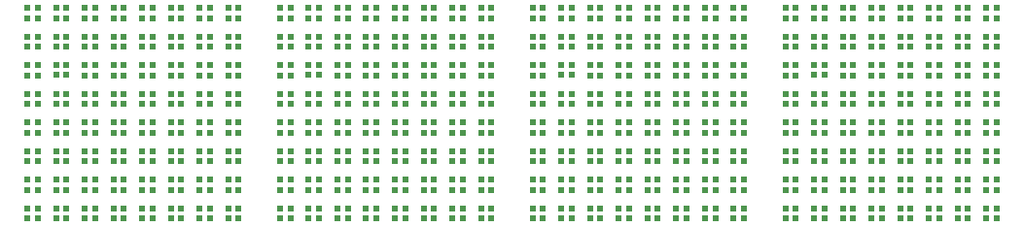
<source format=gtp>
G04 #@! TF.GenerationSoftware,KiCad,Pcbnew,(6.0.5)*
G04 #@! TF.CreationDate,2022-06-20T16:53:07+02:00*
G04 #@! TF.ProjectId,MicroMatrix_Panel,4d696372-6f4d-4617-9472-69785f50616e,1.2*
G04 #@! TF.SameCoordinates,Original*
G04 #@! TF.FileFunction,Paste,Top*
G04 #@! TF.FilePolarity,Positive*
%FSLAX46Y46*%
G04 Gerber Fmt 4.6, Leading zero omitted, Abs format (unit mm)*
G04 Created by KiCad (PCBNEW (6.0.5)) date 2022-06-20 16:53:07*
%MOMM*%
%LPD*%
G01*
G04 APERTURE LIST*
%ADD10R,0.500000X0.500000*%
G04 APERTURE END LIST*
D10*
G04 #@! TO.C,D45*
X45550000Y-36950000D03*
X46450000Y-36950000D03*
X46450000Y-36050000D03*
X45550000Y-36050000D03*
G04 #@! TD*
G04 #@! TO.C,D15*
X62550000Y-26950000D03*
X63450000Y-26950000D03*
X63450000Y-26050000D03*
X62550000Y-26050000D03*
G04 #@! TD*
G04 #@! TO.C,D30*
X87050000Y-31950000D03*
X87950000Y-31950000D03*
X87950000Y-31050000D03*
X87050000Y-31050000D03*
G04 #@! TD*
G04 #@! TO.C,D41*
X77550000Y-36950000D03*
X78450000Y-36950000D03*
X78450000Y-36050000D03*
X77550000Y-36050000D03*
G04 #@! TD*
G04 #@! TO.C,D26*
X97050000Y-31950000D03*
X97950000Y-31950000D03*
X97950000Y-31050000D03*
X97050000Y-31050000D03*
G04 #@! TD*
G04 #@! TO.C,D55*
X53950000Y-39450000D03*
X53950000Y-38550000D03*
X53050000Y-38550000D03*
X53050000Y-39450000D03*
G04 #@! TD*
G04 #@! TO.C,D32*
X60050000Y-31950000D03*
X60950000Y-31950000D03*
X60950000Y-31050000D03*
X60050000Y-31050000D03*
G04 #@! TD*
G04 #@! TO.C,D27*
X28550000Y-31950000D03*
X29450000Y-31950000D03*
X29450000Y-31050000D03*
X28550000Y-31050000D03*
G04 #@! TD*
G04 #@! TO.C,D23*
X31950000Y-29450000D03*
X31950000Y-28550000D03*
X31050000Y-28550000D03*
X31050000Y-29450000D03*
G04 #@! TD*
G04 #@! TO.C,D21*
X70950000Y-29450000D03*
X70950000Y-28550000D03*
X70050000Y-28550000D03*
X70050000Y-29450000D03*
G04 #@! TD*
G04 #@! TO.C,D13*
X45550000Y-26950000D03*
X46450000Y-26950000D03*
X46450000Y-26050000D03*
X45550000Y-26050000D03*
G04 #@! TD*
G04 #@! TO.C,D1*
X60950000Y-24450000D03*
X60950000Y-23550000D03*
X60050000Y-23550000D03*
X60050000Y-24450000D03*
G04 #@! TD*
G04 #@! TO.C,D54*
X73450000Y-39450000D03*
X73450000Y-38550000D03*
X72550000Y-38550000D03*
X72550000Y-39450000D03*
G04 #@! TD*
G04 #@! TO.C,D14*
X87050000Y-26950000D03*
X87950000Y-26950000D03*
X87950000Y-26050000D03*
X87050000Y-26050000D03*
G04 #@! TD*
G04 #@! TO.C,D11*
X28550000Y-26950000D03*
X29450000Y-26950000D03*
X29450000Y-26050000D03*
X28550000Y-26050000D03*
G04 #@! TD*
G04 #@! TO.C,D60*
X92050000Y-41950000D03*
X92950000Y-41950000D03*
X92950000Y-41050000D03*
X92050000Y-41050000D03*
G04 #@! TD*
G04 #@! TO.C,D16*
X60050000Y-26950000D03*
X60950000Y-26950000D03*
X60950000Y-26050000D03*
X60050000Y-26050000D03*
G04 #@! TD*
G04 #@! TO.C,D54*
X95450000Y-39450000D03*
X95450000Y-38550000D03*
X94550000Y-38550000D03*
X94550000Y-39450000D03*
G04 #@! TD*
G04 #@! TO.C,D40*
X78450000Y-34450000D03*
X78450000Y-33550000D03*
X77550000Y-33550000D03*
X77550000Y-34450000D03*
G04 #@! TD*
G04 #@! TO.C,D54*
X51450000Y-39450000D03*
X51450000Y-38550000D03*
X50550000Y-38550000D03*
X50550000Y-39450000D03*
G04 #@! TD*
G04 #@! TO.C,D39*
X75950000Y-34450000D03*
X75950000Y-33550000D03*
X75050000Y-33550000D03*
X75050000Y-34450000D03*
G04 #@! TD*
G04 #@! TO.C,D49*
X38950000Y-39450000D03*
X38950000Y-38550000D03*
X38050000Y-38550000D03*
X38050000Y-39450000D03*
G04 #@! TD*
G04 #@! TO.C,D42*
X75050000Y-36950000D03*
X75950000Y-36950000D03*
X75950000Y-36050000D03*
X75050000Y-36050000D03*
G04 #@! TD*
G04 #@! TO.C,D15*
X18550000Y-26950000D03*
X19450000Y-26950000D03*
X19450000Y-26050000D03*
X18550000Y-26050000D03*
G04 #@! TD*
G04 #@! TO.C,D23*
X53950000Y-29450000D03*
X53950000Y-28550000D03*
X53050000Y-28550000D03*
X53050000Y-29450000D03*
G04 #@! TD*
G04 #@! TO.C,D63*
X40550000Y-41950000D03*
X41450000Y-41950000D03*
X41450000Y-41050000D03*
X40550000Y-41050000D03*
G04 #@! TD*
G04 #@! TO.C,D33*
X38950000Y-34450000D03*
X38950000Y-33550000D03*
X38050000Y-33550000D03*
X38050000Y-34450000D03*
G04 #@! TD*
G04 #@! TO.C,D32*
X38050000Y-31950000D03*
X38950000Y-31950000D03*
X38950000Y-31050000D03*
X38050000Y-31050000D03*
G04 #@! TD*
G04 #@! TO.C,D19*
X87950000Y-29450000D03*
X87950000Y-28550000D03*
X87050000Y-28550000D03*
X87050000Y-29450000D03*
G04 #@! TD*
G04 #@! TO.C,D60*
X70050000Y-41950000D03*
X70950000Y-41950000D03*
X70950000Y-41050000D03*
X70050000Y-41050000D03*
G04 #@! TD*
G04 #@! TO.C,D36*
X68450000Y-34450000D03*
X68450000Y-33550000D03*
X67550000Y-33550000D03*
X67550000Y-34450000D03*
G04 #@! TD*
G04 #@! TO.C,D64*
X16050000Y-41950000D03*
X16950000Y-41950000D03*
X16950000Y-41050000D03*
X16050000Y-41050000D03*
G04 #@! TD*
G04 #@! TO.C,D50*
X63450000Y-39450000D03*
X63450000Y-38550000D03*
X62550000Y-38550000D03*
X62550000Y-39450000D03*
G04 #@! TD*
G04 #@! TO.C,D18*
X41450000Y-29400000D03*
X41450000Y-28500000D03*
X40550000Y-28500000D03*
X40550000Y-29400000D03*
G04 #@! TD*
G04 #@! TO.C,D12*
X70050000Y-26950000D03*
X70950000Y-26950000D03*
X70950000Y-26050000D03*
X70050000Y-26050000D03*
G04 #@! TD*
G04 #@! TO.C,D38*
X73450000Y-34450000D03*
X73450000Y-33550000D03*
X72550000Y-33550000D03*
X72550000Y-34450000D03*
G04 #@! TD*
G04 #@! TO.C,D3*
X87950000Y-24450000D03*
X87950000Y-23550000D03*
X87050000Y-23550000D03*
X87050000Y-24450000D03*
G04 #@! TD*
G04 #@! TO.C,D24*
X34450000Y-29450000D03*
X34450000Y-28550000D03*
X33550000Y-28550000D03*
X33550000Y-29450000D03*
G04 #@! TD*
G04 #@! TO.C,D28*
X92050000Y-31950000D03*
X92950000Y-31950000D03*
X92950000Y-31050000D03*
X92050000Y-31050000D03*
G04 #@! TD*
G04 #@! TO.C,D15*
X84550000Y-26950000D03*
X85450000Y-26950000D03*
X85450000Y-26050000D03*
X84550000Y-26050000D03*
G04 #@! TD*
G04 #@! TO.C,D16*
X82050000Y-26950000D03*
X82950000Y-26950000D03*
X82950000Y-26050000D03*
X82050000Y-26050000D03*
G04 #@! TD*
G04 #@! TO.C,D51*
X21950000Y-39450000D03*
X21950000Y-38550000D03*
X21050000Y-38550000D03*
X21050000Y-39450000D03*
G04 #@! TD*
G04 #@! TO.C,D62*
X43050000Y-41950000D03*
X43950000Y-41950000D03*
X43950000Y-41050000D03*
X43050000Y-41050000D03*
G04 #@! TD*
G04 #@! TO.C,D48*
X16050000Y-36950000D03*
X16950000Y-36950000D03*
X16950000Y-36050000D03*
X16050000Y-36050000D03*
G04 #@! TD*
G04 #@! TO.C,D1*
X16950000Y-24450000D03*
X16950000Y-23550000D03*
X16050000Y-23550000D03*
X16050000Y-24450000D03*
G04 #@! TD*
G04 #@! TO.C,D22*
X95450000Y-29450000D03*
X95450000Y-28550000D03*
X94550000Y-28550000D03*
X94550000Y-29450000D03*
G04 #@! TD*
G04 #@! TO.C,D41*
X99550000Y-36950000D03*
X100450000Y-36950000D03*
X100450000Y-36050000D03*
X99550000Y-36050000D03*
G04 #@! TD*
G04 #@! TO.C,D40*
X34450000Y-34450000D03*
X34450000Y-33550000D03*
X33550000Y-33550000D03*
X33550000Y-34450000D03*
G04 #@! TD*
G04 #@! TO.C,D30*
X65050000Y-31950000D03*
X65950000Y-31950000D03*
X65950000Y-31050000D03*
X65050000Y-31050000D03*
G04 #@! TD*
G04 #@! TO.C,D21*
X48950000Y-29450000D03*
X48950000Y-28550000D03*
X48050000Y-28550000D03*
X48050000Y-29450000D03*
G04 #@! TD*
G04 #@! TO.C,D44*
X26050000Y-36950000D03*
X26950000Y-36950000D03*
X26950000Y-36050000D03*
X26050000Y-36050000D03*
G04 #@! TD*
G04 #@! TO.C,D43*
X72550000Y-36950000D03*
X73450000Y-36950000D03*
X73450000Y-36050000D03*
X72550000Y-36050000D03*
G04 #@! TD*
G04 #@! TO.C,D53*
X48950000Y-39450000D03*
X48950000Y-38550000D03*
X48050000Y-38550000D03*
X48050000Y-39450000D03*
G04 #@! TD*
G04 #@! TO.C,D19*
X43950000Y-29450000D03*
X43950000Y-28550000D03*
X43050000Y-28550000D03*
X43050000Y-29450000D03*
G04 #@! TD*
G04 #@! TO.C,D64*
X60050000Y-41950000D03*
X60950000Y-41950000D03*
X60950000Y-41050000D03*
X60050000Y-41050000D03*
G04 #@! TD*
G04 #@! TO.C,D61*
X45550000Y-41950000D03*
X46450000Y-41950000D03*
X46450000Y-41050000D03*
X45550000Y-41050000D03*
G04 #@! TD*
G04 #@! TO.C,D4*
X68450000Y-24450000D03*
X68450000Y-23550000D03*
X67550000Y-23550000D03*
X67550000Y-24450000D03*
G04 #@! TD*
G04 #@! TO.C,D50*
X19450000Y-39450000D03*
X19450000Y-38550000D03*
X18550000Y-38550000D03*
X18550000Y-39450000D03*
G04 #@! TD*
G04 #@! TO.C,D1*
X82950000Y-24450000D03*
X82950000Y-23550000D03*
X82050000Y-23550000D03*
X82050000Y-24450000D03*
G04 #@! TD*
G04 #@! TO.C,D12*
X92050000Y-26950000D03*
X92950000Y-26950000D03*
X92950000Y-26050000D03*
X92050000Y-26050000D03*
G04 #@! TD*
G04 #@! TO.C,D30*
X21050000Y-31950000D03*
X21950000Y-31950000D03*
X21950000Y-31050000D03*
X21050000Y-31050000D03*
G04 #@! TD*
G04 #@! TO.C,D33*
X82950000Y-34450000D03*
X82950000Y-33550000D03*
X82050000Y-33550000D03*
X82050000Y-34450000D03*
G04 #@! TD*
G04 #@! TO.C,D13*
X23550000Y-26950000D03*
X24450000Y-26950000D03*
X24450000Y-26050000D03*
X23550000Y-26050000D03*
G04 #@! TD*
G04 #@! TO.C,D42*
X97050000Y-36950000D03*
X97950000Y-36950000D03*
X97950000Y-36050000D03*
X97050000Y-36050000D03*
G04 #@! TD*
G04 #@! TO.C,D42*
X31050000Y-36950000D03*
X31950000Y-36950000D03*
X31950000Y-36050000D03*
X31050000Y-36050000D03*
G04 #@! TD*
G04 #@! TO.C,D44*
X92050000Y-36950000D03*
X92950000Y-36950000D03*
X92950000Y-36050000D03*
X92050000Y-36050000D03*
G04 #@! TD*
G04 #@! TO.C,D29*
X45550000Y-31950000D03*
X46450000Y-31950000D03*
X46450000Y-31050000D03*
X45550000Y-31050000D03*
G04 #@! TD*
G04 #@! TO.C,D57*
X33550000Y-41950000D03*
X34450000Y-41950000D03*
X34450000Y-41050000D03*
X33550000Y-41050000D03*
G04 #@! TD*
G04 #@! TO.C,D60*
X48050000Y-41950000D03*
X48950000Y-41950000D03*
X48950000Y-41050000D03*
X48050000Y-41050000D03*
G04 #@! TD*
G04 #@! TO.C,D49*
X16950000Y-39450000D03*
X16950000Y-38550000D03*
X16050000Y-38550000D03*
X16050000Y-39450000D03*
G04 #@! TD*
G04 #@! TO.C,D25*
X55550000Y-31950000D03*
X56450000Y-31950000D03*
X56450000Y-31050000D03*
X55550000Y-31050000D03*
G04 #@! TD*
G04 #@! TO.C,D57*
X77550000Y-41950000D03*
X78450000Y-41950000D03*
X78450000Y-41050000D03*
X77550000Y-41050000D03*
G04 #@! TD*
G04 #@! TO.C,D31*
X62550000Y-31950000D03*
X63450000Y-31950000D03*
X63450000Y-31050000D03*
X62550000Y-31050000D03*
G04 #@! TD*
G04 #@! TO.C,D53*
X70950000Y-39450000D03*
X70950000Y-38550000D03*
X70050000Y-38550000D03*
X70050000Y-39450000D03*
G04 #@! TD*
G04 #@! TO.C,D49*
X82950000Y-39450000D03*
X82950000Y-38550000D03*
X82050000Y-38550000D03*
X82050000Y-39450000D03*
G04 #@! TD*
G04 #@! TO.C,D8*
X34450000Y-24450000D03*
X34450000Y-23550000D03*
X33550000Y-23550000D03*
X33550000Y-24450000D03*
G04 #@! TD*
G04 #@! TO.C,D59*
X50550000Y-41950000D03*
X51450000Y-41950000D03*
X51450000Y-41050000D03*
X50550000Y-41050000D03*
G04 #@! TD*
G04 #@! TO.C,D49*
X60950000Y-39450000D03*
X60950000Y-38550000D03*
X60050000Y-38550000D03*
X60050000Y-39450000D03*
G04 #@! TD*
G04 #@! TO.C,D6*
X95450000Y-24450000D03*
X95450000Y-23550000D03*
X94550000Y-23550000D03*
X94550000Y-24450000D03*
G04 #@! TD*
G04 #@! TO.C,D9*
X33550000Y-26950000D03*
X34450000Y-26950000D03*
X34450000Y-26050000D03*
X33550000Y-26050000D03*
G04 #@! TD*
G04 #@! TO.C,D18*
X63450000Y-29400000D03*
X63450000Y-28500000D03*
X62550000Y-28500000D03*
X62550000Y-29400000D03*
G04 #@! TD*
G04 #@! TO.C,D24*
X56450000Y-29450000D03*
X56450000Y-28550000D03*
X55550000Y-28550000D03*
X55550000Y-29450000D03*
G04 #@! TD*
G04 #@! TO.C,D22*
X29450000Y-29450000D03*
X29450000Y-28550000D03*
X28550000Y-28550000D03*
X28550000Y-29450000D03*
G04 #@! TD*
G04 #@! TO.C,D4*
X90450000Y-24450000D03*
X90450000Y-23550000D03*
X89550000Y-23550000D03*
X89550000Y-24450000D03*
G04 #@! TD*
G04 #@! TO.C,D3*
X43950000Y-24450000D03*
X43950000Y-23550000D03*
X43050000Y-23550000D03*
X43050000Y-24450000D03*
G04 #@! TD*
G04 #@! TO.C,D9*
X99550000Y-26950000D03*
X100450000Y-26950000D03*
X100450000Y-26050000D03*
X99550000Y-26050000D03*
G04 #@! TD*
G04 #@! TO.C,D27*
X72550000Y-31950000D03*
X73450000Y-31950000D03*
X73450000Y-31050000D03*
X72550000Y-31050000D03*
G04 #@! TD*
G04 #@! TO.C,D57*
X99550000Y-41950000D03*
X100450000Y-41950000D03*
X100450000Y-41050000D03*
X99550000Y-41050000D03*
G04 #@! TD*
G04 #@! TO.C,D31*
X84550000Y-31950000D03*
X85450000Y-31950000D03*
X85450000Y-31050000D03*
X84550000Y-31050000D03*
G04 #@! TD*
G04 #@! TO.C,D17*
X60950000Y-29450000D03*
X60950000Y-28550000D03*
X60050000Y-28550000D03*
X60050000Y-29450000D03*
G04 #@! TD*
G04 #@! TO.C,D25*
X77550000Y-31950000D03*
X78450000Y-31950000D03*
X78450000Y-31050000D03*
X77550000Y-31050000D03*
G04 #@! TD*
G04 #@! TO.C,D39*
X31950000Y-34450000D03*
X31950000Y-33550000D03*
X31050000Y-33550000D03*
X31050000Y-34450000D03*
G04 #@! TD*
G04 #@! TO.C,D52*
X24450000Y-39450000D03*
X24450000Y-38550000D03*
X23550000Y-38550000D03*
X23550000Y-39450000D03*
G04 #@! TD*
G04 #@! TO.C,D38*
X95450000Y-34450000D03*
X95450000Y-33550000D03*
X94550000Y-33550000D03*
X94550000Y-34450000D03*
G04 #@! TD*
G04 #@! TO.C,D27*
X50550000Y-31950000D03*
X51450000Y-31950000D03*
X51450000Y-31050000D03*
X50550000Y-31050000D03*
G04 #@! TD*
G04 #@! TO.C,D20*
X24450000Y-29450000D03*
X24450000Y-28550000D03*
X23550000Y-28550000D03*
X23550000Y-29450000D03*
G04 #@! TD*
G04 #@! TO.C,D33*
X16950000Y-34450000D03*
X16950000Y-33550000D03*
X16050000Y-33550000D03*
X16050000Y-34450000D03*
G04 #@! TD*
G04 #@! TO.C,D8*
X100450000Y-24450000D03*
X100450000Y-23550000D03*
X99550000Y-23550000D03*
X99550000Y-24450000D03*
G04 #@! TD*
G04 #@! TO.C,D56*
X34450000Y-39450000D03*
X34450000Y-38550000D03*
X33550000Y-38550000D03*
X33550000Y-39450000D03*
G04 #@! TD*
G04 #@! TO.C,D34*
X85450000Y-34450000D03*
X85450000Y-33550000D03*
X84550000Y-33550000D03*
X84550000Y-34450000D03*
G04 #@! TD*
G04 #@! TO.C,D41*
X55550000Y-36950000D03*
X56450000Y-36950000D03*
X56450000Y-36050000D03*
X55550000Y-36050000D03*
G04 #@! TD*
G04 #@! TO.C,D48*
X38050000Y-36950000D03*
X38950000Y-36950000D03*
X38950000Y-36050000D03*
X38050000Y-36050000D03*
G04 #@! TD*
G04 #@! TO.C,D19*
X65950000Y-29450000D03*
X65950000Y-28550000D03*
X65050000Y-28550000D03*
X65050000Y-29450000D03*
G04 #@! TD*
G04 #@! TO.C,D11*
X72550000Y-26950000D03*
X73450000Y-26950000D03*
X73450000Y-26050000D03*
X72550000Y-26050000D03*
G04 #@! TD*
G04 #@! TO.C,D61*
X23550000Y-41950000D03*
X24450000Y-41950000D03*
X24450000Y-41050000D03*
X23550000Y-41050000D03*
G04 #@! TD*
G04 #@! TO.C,D20*
X46450000Y-29450000D03*
X46450000Y-28550000D03*
X45550000Y-28550000D03*
X45550000Y-29450000D03*
G04 #@! TD*
G04 #@! TO.C,D2*
X63450000Y-24450000D03*
X63450000Y-23550000D03*
X62550000Y-23550000D03*
X62550000Y-24450000D03*
G04 #@! TD*
G04 #@! TO.C,D43*
X28550000Y-36950000D03*
X29450000Y-36950000D03*
X29450000Y-36050000D03*
X28550000Y-36050000D03*
G04 #@! TD*
G04 #@! TO.C,D61*
X67550000Y-41950000D03*
X68450000Y-41950000D03*
X68450000Y-41050000D03*
X67550000Y-41050000D03*
G04 #@! TD*
G04 #@! TO.C,D62*
X65050000Y-41950000D03*
X65950000Y-41950000D03*
X65950000Y-41050000D03*
X65050000Y-41050000D03*
G04 #@! TD*
G04 #@! TO.C,D34*
X19450000Y-34450000D03*
X19450000Y-33550000D03*
X18550000Y-33550000D03*
X18550000Y-34450000D03*
G04 #@! TD*
G04 #@! TO.C,D29*
X89550000Y-31950000D03*
X90450000Y-31950000D03*
X90450000Y-31050000D03*
X89550000Y-31050000D03*
G04 #@! TD*
G04 #@! TO.C,D52*
X46450000Y-39450000D03*
X46450000Y-38550000D03*
X45550000Y-38550000D03*
X45550000Y-39450000D03*
G04 #@! TD*
G04 #@! TO.C,D6*
X51450000Y-24450000D03*
X51450000Y-23550000D03*
X50550000Y-23550000D03*
X50550000Y-24450000D03*
G04 #@! TD*
G04 #@! TO.C,D33*
X60950000Y-34450000D03*
X60950000Y-33550000D03*
X60050000Y-33550000D03*
X60050000Y-34450000D03*
G04 #@! TD*
G04 #@! TO.C,D28*
X70050000Y-31950000D03*
X70950000Y-31950000D03*
X70950000Y-31050000D03*
X70050000Y-31050000D03*
G04 #@! TD*
G04 #@! TO.C,D61*
X89550000Y-41950000D03*
X90450000Y-41950000D03*
X90450000Y-41050000D03*
X89550000Y-41050000D03*
G04 #@! TD*
G04 #@! TO.C,D16*
X38050000Y-26950000D03*
X38950000Y-26950000D03*
X38950000Y-26050000D03*
X38050000Y-26050000D03*
G04 #@! TD*
G04 #@! TO.C,D13*
X67550000Y-26950000D03*
X68450000Y-26950000D03*
X68450000Y-26050000D03*
X67550000Y-26050000D03*
G04 #@! TD*
G04 #@! TO.C,D12*
X48050000Y-26950000D03*
X48950000Y-26950000D03*
X48950000Y-26050000D03*
X48050000Y-26050000D03*
G04 #@! TD*
G04 #@! TO.C,D26*
X75050000Y-31950000D03*
X75950000Y-31950000D03*
X75950000Y-31050000D03*
X75050000Y-31050000D03*
G04 #@! TD*
G04 #@! TO.C,D5*
X70950000Y-24450000D03*
X70950000Y-23550000D03*
X70050000Y-23550000D03*
X70050000Y-24450000D03*
G04 #@! TD*
G04 #@! TO.C,D10*
X53050000Y-26950000D03*
X53950000Y-26950000D03*
X53950000Y-26050000D03*
X53050000Y-26050000D03*
G04 #@! TD*
G04 #@! TO.C,D53*
X26950000Y-39450000D03*
X26950000Y-38550000D03*
X26050000Y-38550000D03*
X26050000Y-39450000D03*
G04 #@! TD*
G04 #@! TO.C,D21*
X92950000Y-29450000D03*
X92950000Y-28550000D03*
X92050000Y-28550000D03*
X92050000Y-29450000D03*
G04 #@! TD*
G04 #@! TO.C,D64*
X82050000Y-41950000D03*
X82950000Y-41950000D03*
X82950000Y-41050000D03*
X82050000Y-41050000D03*
G04 #@! TD*
G04 #@! TO.C,D34*
X63450000Y-34450000D03*
X63450000Y-33550000D03*
X62550000Y-33550000D03*
X62550000Y-34450000D03*
G04 #@! TD*
G04 #@! TO.C,D63*
X84550000Y-41950000D03*
X85450000Y-41950000D03*
X85450000Y-41050000D03*
X84550000Y-41050000D03*
G04 #@! TD*
G04 #@! TO.C,D4*
X24450000Y-24450000D03*
X24450000Y-23550000D03*
X23550000Y-23550000D03*
X23550000Y-24450000D03*
G04 #@! TD*
G04 #@! TO.C,D45*
X67550000Y-36950000D03*
X68450000Y-36950000D03*
X68450000Y-36050000D03*
X67550000Y-36050000D03*
G04 #@! TD*
G04 #@! TO.C,D37*
X70950000Y-34450000D03*
X70950000Y-33550000D03*
X70050000Y-33550000D03*
X70050000Y-34450000D03*
G04 #@! TD*
G04 #@! TO.C,D17*
X16950000Y-29450000D03*
X16950000Y-28550000D03*
X16050000Y-28550000D03*
X16050000Y-29450000D03*
G04 #@! TD*
G04 #@! TO.C,D41*
X33550000Y-36950000D03*
X34450000Y-36950000D03*
X34450000Y-36050000D03*
X33550000Y-36050000D03*
G04 #@! TD*
G04 #@! TO.C,D37*
X92950000Y-34450000D03*
X92950000Y-33550000D03*
X92050000Y-33550000D03*
X92050000Y-34450000D03*
G04 #@! TD*
G04 #@! TO.C,D58*
X31050000Y-41950000D03*
X31950000Y-41950000D03*
X31950000Y-41050000D03*
X31050000Y-41050000D03*
G04 #@! TD*
G04 #@! TO.C,D51*
X65950000Y-39450000D03*
X65950000Y-38550000D03*
X65050000Y-38550000D03*
X65050000Y-39450000D03*
G04 #@! TD*
G04 #@! TO.C,D43*
X94550000Y-36950000D03*
X95450000Y-36950000D03*
X95450000Y-36050000D03*
X94550000Y-36050000D03*
G04 #@! TD*
G04 #@! TO.C,D46*
X65050000Y-36950000D03*
X65950000Y-36950000D03*
X65950000Y-36050000D03*
X65050000Y-36050000D03*
G04 #@! TD*
G04 #@! TO.C,D56*
X100450000Y-39450000D03*
X100450000Y-38550000D03*
X99550000Y-38550000D03*
X99550000Y-39450000D03*
G04 #@! TD*
G04 #@! TO.C,D29*
X67550000Y-31950000D03*
X68450000Y-31950000D03*
X68450000Y-31050000D03*
X67550000Y-31050000D03*
G04 #@! TD*
G04 #@! TO.C,D50*
X85450000Y-39450000D03*
X85450000Y-38550000D03*
X84550000Y-38550000D03*
X84550000Y-39450000D03*
G04 #@! TD*
G04 #@! TO.C,D60*
X26050000Y-41950000D03*
X26950000Y-41950000D03*
X26950000Y-41050000D03*
X26050000Y-41050000D03*
G04 #@! TD*
G04 #@! TO.C,D23*
X97950000Y-29450000D03*
X97950000Y-28550000D03*
X97050000Y-28550000D03*
X97050000Y-29450000D03*
G04 #@! TD*
G04 #@! TO.C,D35*
X21950000Y-34450000D03*
X21950000Y-33550000D03*
X21050000Y-33550000D03*
X21050000Y-34450000D03*
G04 #@! TD*
G04 #@! TO.C,D8*
X78450000Y-24450000D03*
X78450000Y-23550000D03*
X77550000Y-23550000D03*
X77550000Y-24450000D03*
G04 #@! TD*
G04 #@! TO.C,D45*
X89550000Y-36950000D03*
X90450000Y-36950000D03*
X90450000Y-36050000D03*
X89550000Y-36050000D03*
G04 #@! TD*
G04 #@! TO.C,D26*
X31050000Y-31950000D03*
X31950000Y-31950000D03*
X31950000Y-31050000D03*
X31050000Y-31050000D03*
G04 #@! TD*
G04 #@! TO.C,D50*
X41450000Y-39450000D03*
X41450000Y-38550000D03*
X40550000Y-38550000D03*
X40550000Y-39450000D03*
G04 #@! TD*
G04 #@! TO.C,D63*
X62550000Y-41950000D03*
X63450000Y-41950000D03*
X63450000Y-41050000D03*
X62550000Y-41050000D03*
G04 #@! TD*
G04 #@! TO.C,D9*
X55550000Y-26950000D03*
X56450000Y-26950000D03*
X56450000Y-26050000D03*
X55550000Y-26050000D03*
G04 #@! TD*
G04 #@! TO.C,D40*
X100450000Y-34450000D03*
X100450000Y-33550000D03*
X99550000Y-33550000D03*
X99550000Y-34450000D03*
G04 #@! TD*
G04 #@! TO.C,D3*
X21950000Y-24450000D03*
X21950000Y-23550000D03*
X21050000Y-23550000D03*
X21050000Y-24450000D03*
G04 #@! TD*
G04 #@! TO.C,D36*
X46450000Y-34450000D03*
X46450000Y-33550000D03*
X45550000Y-33550000D03*
X45550000Y-34450000D03*
G04 #@! TD*
G04 #@! TO.C,D30*
X43050000Y-31950000D03*
X43950000Y-31950000D03*
X43950000Y-31050000D03*
X43050000Y-31050000D03*
G04 #@! TD*
G04 #@! TO.C,D62*
X87050000Y-41950000D03*
X87950000Y-41950000D03*
X87950000Y-41050000D03*
X87050000Y-41050000D03*
G04 #@! TD*
G04 #@! TO.C,D6*
X29450000Y-24450000D03*
X29450000Y-23550000D03*
X28550000Y-23550000D03*
X28550000Y-24450000D03*
G04 #@! TD*
G04 #@! TO.C,D10*
X31050000Y-26950000D03*
X31950000Y-26950000D03*
X31950000Y-26050000D03*
X31050000Y-26050000D03*
G04 #@! TD*
G04 #@! TO.C,D22*
X51450000Y-29450000D03*
X51450000Y-28550000D03*
X50550000Y-28550000D03*
X50550000Y-29450000D03*
G04 #@! TD*
G04 #@! TO.C,D44*
X70050000Y-36950000D03*
X70950000Y-36950000D03*
X70950000Y-36050000D03*
X70050000Y-36050000D03*
G04 #@! TD*
G04 #@! TO.C,D11*
X50550000Y-26950000D03*
X51450000Y-26950000D03*
X51450000Y-26050000D03*
X50550000Y-26050000D03*
G04 #@! TD*
G04 #@! TO.C,D14*
X43050000Y-26950000D03*
X43950000Y-26950000D03*
X43950000Y-26050000D03*
X43050000Y-26050000D03*
G04 #@! TD*
G04 #@! TO.C,D44*
X48050000Y-36950000D03*
X48950000Y-36950000D03*
X48950000Y-36050000D03*
X48050000Y-36050000D03*
G04 #@! TD*
G04 #@! TO.C,D29*
X23550000Y-31950000D03*
X24450000Y-31950000D03*
X24450000Y-31050000D03*
X23550000Y-31050000D03*
G04 #@! TD*
G04 #@! TO.C,D62*
X21050000Y-41950000D03*
X21950000Y-41950000D03*
X21950000Y-41050000D03*
X21050000Y-41050000D03*
G04 #@! TD*
G04 #@! TO.C,D37*
X26950000Y-34450000D03*
X26950000Y-33550000D03*
X26050000Y-33550000D03*
X26050000Y-34450000D03*
G04 #@! TD*
G04 #@! TO.C,D37*
X48950000Y-34450000D03*
X48950000Y-33550000D03*
X48050000Y-33550000D03*
X48050000Y-34450000D03*
G04 #@! TD*
G04 #@! TO.C,D36*
X90450000Y-34450000D03*
X90450000Y-33550000D03*
X89550000Y-33550000D03*
X89550000Y-34450000D03*
G04 #@! TD*
G04 #@! TO.C,D55*
X97950000Y-39450000D03*
X97950000Y-38550000D03*
X97050000Y-38550000D03*
X97050000Y-39450000D03*
G04 #@! TD*
G04 #@! TO.C,D24*
X78450000Y-29450000D03*
X78450000Y-28550000D03*
X77550000Y-28550000D03*
X77550000Y-29450000D03*
G04 #@! TD*
G04 #@! TO.C,D9*
X77550000Y-26950000D03*
X78450000Y-26950000D03*
X78450000Y-26050000D03*
X77550000Y-26050000D03*
G04 #@! TD*
G04 #@! TO.C,D39*
X53950000Y-34450000D03*
X53950000Y-33550000D03*
X53050000Y-33550000D03*
X53050000Y-34450000D03*
G04 #@! TD*
G04 #@! TO.C,D46*
X43050000Y-36950000D03*
X43950000Y-36950000D03*
X43950000Y-36050000D03*
X43050000Y-36050000D03*
G04 #@! TD*
G04 #@! TO.C,D11*
X94550000Y-26950000D03*
X95450000Y-26950000D03*
X95450000Y-26050000D03*
X94550000Y-26050000D03*
G04 #@! TD*
G04 #@! TO.C,D27*
X94550000Y-31950000D03*
X95450000Y-31950000D03*
X95450000Y-31050000D03*
X94550000Y-31050000D03*
G04 #@! TD*
G04 #@! TO.C,D47*
X62550000Y-36950000D03*
X63450000Y-36950000D03*
X63450000Y-36050000D03*
X62550000Y-36050000D03*
G04 #@! TD*
G04 #@! TO.C,D22*
X73450000Y-29450000D03*
X73450000Y-28550000D03*
X72550000Y-28550000D03*
X72550000Y-29450000D03*
G04 #@! TD*
G04 #@! TO.C,D8*
X56450000Y-24450000D03*
X56450000Y-23550000D03*
X55550000Y-23550000D03*
X55550000Y-24450000D03*
G04 #@! TD*
G04 #@! TO.C,D26*
X53050000Y-31950000D03*
X53950000Y-31950000D03*
X53950000Y-31050000D03*
X53050000Y-31050000D03*
G04 #@! TD*
G04 #@! TO.C,D52*
X68450000Y-39450000D03*
X68450000Y-38550000D03*
X67550000Y-38550000D03*
X67550000Y-39450000D03*
G04 #@! TD*
G04 #@! TO.C,D35*
X43950000Y-34450000D03*
X43950000Y-33550000D03*
X43050000Y-33550000D03*
X43050000Y-34450000D03*
G04 #@! TD*
G04 #@! TO.C,D25*
X33550000Y-31950000D03*
X34450000Y-31950000D03*
X34450000Y-31050000D03*
X33550000Y-31050000D03*
G04 #@! TD*
G04 #@! TO.C,D55*
X75950000Y-39450000D03*
X75950000Y-38550000D03*
X75050000Y-38550000D03*
X75050000Y-39450000D03*
G04 #@! TD*
G04 #@! TO.C,D20*
X90450000Y-29450000D03*
X90450000Y-28550000D03*
X89550000Y-28550000D03*
X89550000Y-29450000D03*
G04 #@! TD*
G04 #@! TO.C,D56*
X78450000Y-39450000D03*
X78450000Y-38550000D03*
X77550000Y-38550000D03*
X77550000Y-39450000D03*
G04 #@! TD*
G04 #@! TO.C,D28*
X26050000Y-31950000D03*
X26950000Y-31950000D03*
X26950000Y-31050000D03*
X26050000Y-31050000D03*
G04 #@! TD*
G04 #@! TO.C,D38*
X29450000Y-34450000D03*
X29450000Y-33550000D03*
X28550000Y-33550000D03*
X28550000Y-34450000D03*
G04 #@! TD*
G04 #@! TO.C,D13*
X89550000Y-26950000D03*
X90450000Y-26950000D03*
X90450000Y-26050000D03*
X89550000Y-26050000D03*
G04 #@! TD*
G04 #@! TO.C,D14*
X65050000Y-26950000D03*
X65950000Y-26950000D03*
X65950000Y-26050000D03*
X65050000Y-26050000D03*
G04 #@! TD*
G04 #@! TO.C,D52*
X90450000Y-39450000D03*
X90450000Y-38550000D03*
X89550000Y-38550000D03*
X89550000Y-39450000D03*
G04 #@! TD*
G04 #@! TO.C,D17*
X38950000Y-29450000D03*
X38950000Y-28550000D03*
X38050000Y-28550000D03*
X38050000Y-29450000D03*
G04 #@! TD*
G04 #@! TO.C,D4*
X46450000Y-24450000D03*
X46450000Y-23550000D03*
X45550000Y-23550000D03*
X45550000Y-24450000D03*
G04 #@! TD*
G04 #@! TO.C,D24*
X100450000Y-29450000D03*
X100450000Y-28550000D03*
X99550000Y-28550000D03*
X99550000Y-29450000D03*
G04 #@! TD*
G04 #@! TO.C,D17*
X82950000Y-29450000D03*
X82950000Y-28550000D03*
X82050000Y-28550000D03*
X82050000Y-29450000D03*
G04 #@! TD*
G04 #@! TO.C,D32*
X16050000Y-31950000D03*
X16950000Y-31950000D03*
X16950000Y-31050000D03*
X16050000Y-31050000D03*
G04 #@! TD*
G04 #@! TO.C,D45*
X23550000Y-36950000D03*
X24450000Y-36950000D03*
X24450000Y-36050000D03*
X23550000Y-36050000D03*
G04 #@! TD*
G04 #@! TO.C,D15*
X40550000Y-26950000D03*
X41450000Y-26950000D03*
X41450000Y-26050000D03*
X40550000Y-26050000D03*
G04 #@! TD*
G04 #@! TO.C,D2*
X85450000Y-24450000D03*
X85450000Y-23550000D03*
X84550000Y-23550000D03*
X84550000Y-24450000D03*
G04 #@! TD*
G04 #@! TO.C,D28*
X48050000Y-31950000D03*
X48950000Y-31950000D03*
X48950000Y-31050000D03*
X48050000Y-31050000D03*
G04 #@! TD*
G04 #@! TO.C,D59*
X94550000Y-41950000D03*
X95450000Y-41950000D03*
X95450000Y-41050000D03*
X94550000Y-41050000D03*
G04 #@! TD*
G04 #@! TO.C,D21*
X26950000Y-29450000D03*
X26950000Y-28550000D03*
X26050000Y-28550000D03*
X26050000Y-29450000D03*
G04 #@! TD*
G04 #@! TO.C,D58*
X53050000Y-41950000D03*
X53950000Y-41950000D03*
X53950000Y-41050000D03*
X53050000Y-41050000D03*
G04 #@! TD*
G04 #@! TO.C,D12*
X26050000Y-26950000D03*
X26950000Y-26950000D03*
X26950000Y-26050000D03*
X26050000Y-26050000D03*
G04 #@! TD*
G04 #@! TO.C,D14*
X21050000Y-26950000D03*
X21950000Y-26950000D03*
X21950000Y-26050000D03*
X21050000Y-26050000D03*
G04 #@! TD*
G04 #@! TO.C,D2*
X41450000Y-24450000D03*
X41450000Y-23550000D03*
X40550000Y-23550000D03*
X40550000Y-24450000D03*
G04 #@! TD*
G04 #@! TO.C,D6*
X73450000Y-24450000D03*
X73450000Y-23550000D03*
X72550000Y-23550000D03*
X72550000Y-24450000D03*
G04 #@! TD*
G04 #@! TO.C,D51*
X87950000Y-39450000D03*
X87950000Y-38550000D03*
X87050000Y-38550000D03*
X87050000Y-39450000D03*
G04 #@! TD*
G04 #@! TO.C,D10*
X75050000Y-26950000D03*
X75950000Y-26950000D03*
X75950000Y-26050000D03*
X75050000Y-26050000D03*
G04 #@! TD*
G04 #@! TO.C,D23*
X75950000Y-29450000D03*
X75950000Y-28550000D03*
X75050000Y-28550000D03*
X75050000Y-29450000D03*
G04 #@! TD*
G04 #@! TO.C,D58*
X97050000Y-41950000D03*
X97950000Y-41950000D03*
X97950000Y-41050000D03*
X97050000Y-41050000D03*
G04 #@! TD*
G04 #@! TO.C,D35*
X65950000Y-34450000D03*
X65950000Y-33550000D03*
X65050000Y-33550000D03*
X65050000Y-34450000D03*
G04 #@! TD*
G04 #@! TO.C,D47*
X18550000Y-36950000D03*
X19450000Y-36950000D03*
X19450000Y-36050000D03*
X18550000Y-36050000D03*
G04 #@! TD*
G04 #@! TO.C,D7*
X31950000Y-24450000D03*
X31950000Y-23550000D03*
X31050000Y-23550000D03*
X31050000Y-24450000D03*
G04 #@! TD*
G04 #@! TO.C,D18*
X85450000Y-29400000D03*
X85450000Y-28500000D03*
X84550000Y-28500000D03*
X84550000Y-29400000D03*
G04 #@! TD*
G04 #@! TO.C,D36*
X24450000Y-34450000D03*
X24450000Y-33550000D03*
X23550000Y-33550000D03*
X23550000Y-34450000D03*
G04 #@! TD*
G04 #@! TO.C,D35*
X87950000Y-34450000D03*
X87950000Y-33550000D03*
X87050000Y-33550000D03*
X87050000Y-34450000D03*
G04 #@! TD*
G04 #@! TO.C,D56*
X56450000Y-39450000D03*
X56450000Y-38550000D03*
X55550000Y-38550000D03*
X55550000Y-39450000D03*
G04 #@! TD*
G04 #@! TO.C,D63*
X18550000Y-41950000D03*
X19450000Y-41950000D03*
X19450000Y-41050000D03*
X18550000Y-41050000D03*
G04 #@! TD*
G04 #@! TO.C,D42*
X53050000Y-36950000D03*
X53950000Y-36950000D03*
X53950000Y-36050000D03*
X53050000Y-36050000D03*
G04 #@! TD*
G04 #@! TO.C,D7*
X75950000Y-24450000D03*
X75950000Y-23550000D03*
X75050000Y-23550000D03*
X75050000Y-24450000D03*
G04 #@! TD*
G04 #@! TO.C,D7*
X97950000Y-24450000D03*
X97950000Y-23550000D03*
X97050000Y-23550000D03*
X97050000Y-24450000D03*
G04 #@! TD*
G04 #@! TO.C,D43*
X50550000Y-36950000D03*
X51450000Y-36950000D03*
X51450000Y-36050000D03*
X50550000Y-36050000D03*
G04 #@! TD*
G04 #@! TO.C,D5*
X26950000Y-24450000D03*
X26950000Y-23550000D03*
X26050000Y-23550000D03*
X26050000Y-24450000D03*
G04 #@! TD*
G04 #@! TO.C,D1*
X38950000Y-24450000D03*
X38950000Y-23550000D03*
X38050000Y-23550000D03*
X38050000Y-24450000D03*
G04 #@! TD*
G04 #@! TO.C,D40*
X56450000Y-34450000D03*
X56450000Y-33550000D03*
X55550000Y-33550000D03*
X55550000Y-34450000D03*
G04 #@! TD*
G04 #@! TO.C,D38*
X51450000Y-34450000D03*
X51450000Y-33550000D03*
X50550000Y-33550000D03*
X50550000Y-34450000D03*
G04 #@! TD*
G04 #@! TO.C,D16*
X16050000Y-26950000D03*
X16950000Y-26950000D03*
X16950000Y-26050000D03*
X16050000Y-26050000D03*
G04 #@! TD*
G04 #@! TO.C,D20*
X68450000Y-29450000D03*
X68450000Y-28550000D03*
X67550000Y-28550000D03*
X67550000Y-29450000D03*
G04 #@! TD*
G04 #@! TO.C,D34*
X41450000Y-34450000D03*
X41450000Y-33550000D03*
X40550000Y-33550000D03*
X40550000Y-34450000D03*
G04 #@! TD*
G04 #@! TO.C,D25*
X99550000Y-31950000D03*
X100450000Y-31950000D03*
X100450000Y-31050000D03*
X99550000Y-31050000D03*
G04 #@! TD*
G04 #@! TO.C,D48*
X60050000Y-36950000D03*
X60950000Y-36950000D03*
X60950000Y-36050000D03*
X60050000Y-36050000D03*
G04 #@! TD*
G04 #@! TO.C,D46*
X87050000Y-36950000D03*
X87950000Y-36950000D03*
X87950000Y-36050000D03*
X87050000Y-36050000D03*
G04 #@! TD*
G04 #@! TO.C,D59*
X28550000Y-41950000D03*
X29450000Y-41950000D03*
X29450000Y-41050000D03*
X28550000Y-41050000D03*
G04 #@! TD*
G04 #@! TO.C,D10*
X97050000Y-26950000D03*
X97950000Y-26950000D03*
X97950000Y-26050000D03*
X97050000Y-26050000D03*
G04 #@! TD*
G04 #@! TO.C,D53*
X92950000Y-39450000D03*
X92950000Y-38550000D03*
X92050000Y-38550000D03*
X92050000Y-39450000D03*
G04 #@! TD*
G04 #@! TO.C,D5*
X48950000Y-24450000D03*
X48950000Y-23550000D03*
X48050000Y-23550000D03*
X48050000Y-24450000D03*
G04 #@! TD*
G04 #@! TO.C,D19*
X21950000Y-29450000D03*
X21950000Y-28550000D03*
X21050000Y-28550000D03*
X21050000Y-29450000D03*
G04 #@! TD*
G04 #@! TO.C,D3*
X65950000Y-24450000D03*
X65950000Y-23550000D03*
X65050000Y-23550000D03*
X65050000Y-24450000D03*
G04 #@! TD*
G04 #@! TO.C,D31*
X40550000Y-31950000D03*
X41450000Y-31950000D03*
X41450000Y-31050000D03*
X40550000Y-31050000D03*
G04 #@! TD*
G04 #@! TO.C,D54*
X29450000Y-39450000D03*
X29450000Y-38550000D03*
X28550000Y-38550000D03*
X28550000Y-39450000D03*
G04 #@! TD*
G04 #@! TO.C,D57*
X55550000Y-41950000D03*
X56450000Y-41950000D03*
X56450000Y-41050000D03*
X55550000Y-41050000D03*
G04 #@! TD*
G04 #@! TO.C,D55*
X31950000Y-39450000D03*
X31950000Y-38550000D03*
X31050000Y-38550000D03*
X31050000Y-39450000D03*
G04 #@! TD*
G04 #@! TO.C,D47*
X40550000Y-36950000D03*
X41450000Y-36950000D03*
X41450000Y-36050000D03*
X40550000Y-36050000D03*
G04 #@! TD*
G04 #@! TO.C,D5*
X92950000Y-24450000D03*
X92950000Y-23550000D03*
X92050000Y-23550000D03*
X92050000Y-24450000D03*
G04 #@! TD*
G04 #@! TO.C,D39*
X97950000Y-34450000D03*
X97950000Y-33550000D03*
X97050000Y-33550000D03*
X97050000Y-34450000D03*
G04 #@! TD*
G04 #@! TO.C,D59*
X72550000Y-41950000D03*
X73450000Y-41950000D03*
X73450000Y-41050000D03*
X72550000Y-41050000D03*
G04 #@! TD*
G04 #@! TO.C,D58*
X75050000Y-41950000D03*
X75950000Y-41950000D03*
X75950000Y-41050000D03*
X75050000Y-41050000D03*
G04 #@! TD*
G04 #@! TO.C,D47*
X84550000Y-36950000D03*
X85450000Y-36950000D03*
X85450000Y-36050000D03*
X84550000Y-36050000D03*
G04 #@! TD*
G04 #@! TO.C,D2*
X19450000Y-24450000D03*
X19450000Y-23550000D03*
X18550000Y-23550000D03*
X18550000Y-24450000D03*
G04 #@! TD*
G04 #@! TO.C,D64*
X38050000Y-41950000D03*
X38950000Y-41950000D03*
X38950000Y-41050000D03*
X38050000Y-41050000D03*
G04 #@! TD*
G04 #@! TO.C,D7*
X53950000Y-24450000D03*
X53950000Y-23550000D03*
X53050000Y-23550000D03*
X53050000Y-24450000D03*
G04 #@! TD*
G04 #@! TO.C,D48*
X82050000Y-36950000D03*
X82950000Y-36950000D03*
X82950000Y-36050000D03*
X82050000Y-36050000D03*
G04 #@! TD*
G04 #@! TO.C,D31*
X18550000Y-31950000D03*
X19450000Y-31950000D03*
X19450000Y-31050000D03*
X18550000Y-31050000D03*
G04 #@! TD*
G04 #@! TO.C,D18*
X19450000Y-29400000D03*
X19450000Y-28500000D03*
X18550000Y-28500000D03*
X18550000Y-29400000D03*
G04 #@! TD*
G04 #@! TO.C,D46*
X21050000Y-36950000D03*
X21950000Y-36950000D03*
X21950000Y-36050000D03*
X21050000Y-36050000D03*
G04 #@! TD*
G04 #@! TO.C,D51*
X43950000Y-39450000D03*
X43950000Y-38550000D03*
X43050000Y-38550000D03*
X43050000Y-39450000D03*
G04 #@! TD*
G04 #@! TO.C,D32*
X82050000Y-31950000D03*
X82950000Y-31950000D03*
X82950000Y-31050000D03*
X82050000Y-31050000D03*
G04 #@! TD*
M02*

</source>
